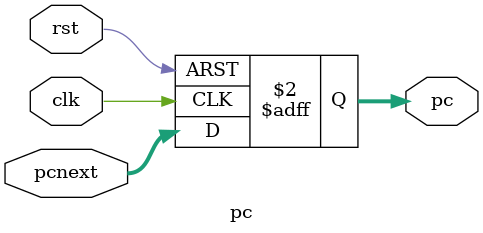
<source format=v>
`timescale 1ns / 1ps


module pc(
    input  wire       clk,
    input  wire       rst,
    input  wire [31:0] pcnext,
    output reg  [31:0] pc
    );
    always @(negedge clk or posedge rst) begin
        if (rst) pc <= 32'b0;
        else     pc <= pcnext;
    end
endmodule

</source>
